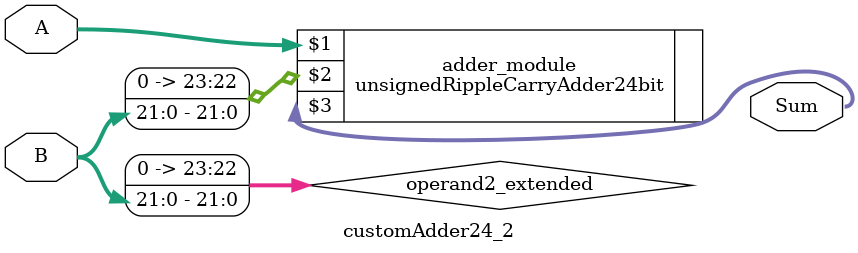
<source format=v>

module customAdder24_2(
                    input [23 : 0] A,
                    input [21 : 0] B,
                    
                    output [24 : 0] Sum
            );

    wire [23 : 0] operand2_extended;
    
    assign operand2_extended =  {2'b0, B};
    
    unsignedRippleCarryAdder24bit adder_module(
        A,
        operand2_extended,
        Sum
    );
    
endmodule
        
</source>
